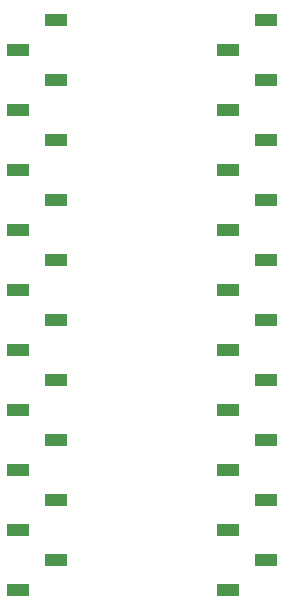
<source format=gbr>
%TF.GenerationSoftware,KiCad,Pcbnew,8.0.1*%
%TF.CreationDate,2024-03-27T22:20:37-06:00*%
%TF.ProjectId,weather-station-receiver,77656174-6865-4722-9d73-746174696f6e,rev?*%
%TF.SameCoordinates,Original*%
%TF.FileFunction,Paste,Bot*%
%TF.FilePolarity,Positive*%
%FSLAX46Y46*%
G04 Gerber Fmt 4.6, Leading zero omitted, Abs format (unit mm)*
G04 Created by KiCad (PCBNEW 8.0.1) date 2024-03-27 22:20:37*
%MOMM*%
%LPD*%
G01*
G04 APERTURE LIST*
%ADD10R,1.905000X1.020000*%
G04 APERTURE END LIST*
D10*
%TO.C,U2*%
X152582400Y-71729600D03*
X149377400Y-74269600D03*
X152582400Y-76809600D03*
X149377400Y-79349600D03*
X152582400Y-81889600D03*
X149377400Y-84429600D03*
X152582400Y-86969600D03*
X149377400Y-89509600D03*
X152582400Y-92049600D03*
X149377400Y-94589600D03*
X152582400Y-97129600D03*
X149377400Y-99669600D03*
X152582400Y-102209600D03*
X149377400Y-104749600D03*
X152582400Y-107289600D03*
X149377400Y-109829600D03*
X152582400Y-112369600D03*
X149377400Y-114909600D03*
X152582400Y-117449600D03*
X149377400Y-119989600D03*
X167157400Y-119989600D03*
X170362400Y-117449600D03*
X167157400Y-114909600D03*
X170362400Y-112369600D03*
X167157400Y-109829600D03*
X170362400Y-107289600D03*
X167157400Y-104749600D03*
X170362400Y-102209600D03*
X167157400Y-99669600D03*
X170362400Y-97129600D03*
X167157400Y-94589600D03*
X170362400Y-92049600D03*
X167157400Y-89509600D03*
X170362400Y-86969600D03*
X167157400Y-84429600D03*
X170362400Y-81889600D03*
X167157400Y-79349600D03*
X170362400Y-76809600D03*
X167157400Y-74269600D03*
X170362400Y-71729600D03*
%TD*%
M02*

</source>
